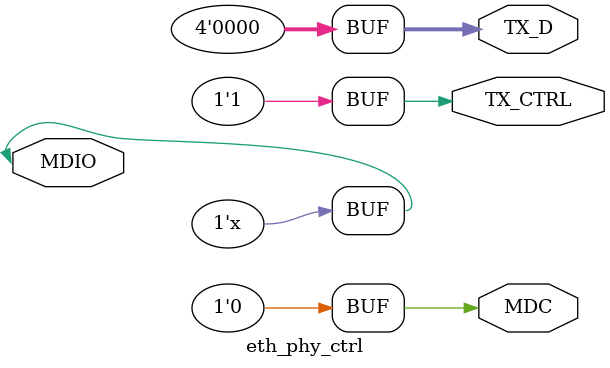
<source format=v>



module eth_phy_ctrl(
output MDC,
inout MDIO,
output TX_CTRL,
output [3:0] TX_D
);

assign TX_CTRL = 1;
assign TX_D = 0;
assign MDIO = 1'bz;
assign MDC = 0;

endmodule

</source>
